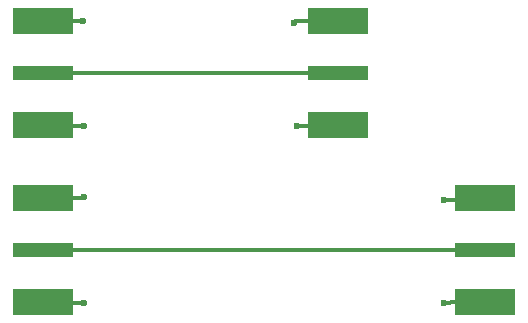
<source format=gtl>
G04 #@! TF.FileFunction,Copper,L1,Top,Signal*
%FSLAX46Y46*%
G04 Gerber Fmt 4.6, Leading zero omitted, Abs format (unit mm)*
G04 Created by KiCad (PCBNEW 4.0.2-stable) date Tue Apr 26 20:10:33 2016*
%MOMM*%
G01*
G04 APERTURE LIST*
%ADD10C,0.100000*%
%ADD11R,5.080000X1.290000*%
%ADD12R,5.080000X2.290000*%
%ADD13C,0.600000*%
%ADD14C,0.350000*%
G04 APERTURE END LIST*
D10*
D11*
X175000000Y-90000000D03*
D12*
X175000000Y-85620000D03*
X175000000Y-94380000D03*
D11*
X150000000Y-90000000D03*
D12*
X150000000Y-94380000D03*
X150000000Y-85620000D03*
D11*
X150000000Y-105000000D03*
D12*
X150000000Y-109380000D03*
X150000000Y-100620000D03*
D11*
X187500000Y-105000000D03*
D12*
X187500000Y-100620000D03*
X187500000Y-109380000D03*
D13*
X171250000Y-85750000D03*
X171500000Y-94500000D03*
X184000000Y-109500000D03*
X184000000Y-100750000D03*
X153380000Y-85620000D03*
X153500000Y-94500000D03*
X153500000Y-100500000D03*
X153500000Y-109500000D03*
D14*
X171500000Y-94500000D02*
X174880000Y-94500000D01*
X174880000Y-94500000D02*
X175000000Y-94380000D01*
X175000000Y-85620000D02*
X171380000Y-85620000D01*
X171380000Y-85620000D02*
X171250000Y-85750000D01*
X184490000Y-109500000D02*
X184000000Y-109500000D01*
X187500000Y-109380000D02*
X184610000Y-109380000D01*
X184610000Y-109380000D02*
X184490000Y-109500000D01*
X184000000Y-100750000D02*
X187370000Y-100750000D01*
X187370000Y-100750000D02*
X187500000Y-100620000D01*
X153380000Y-85620000D02*
X150000000Y-85620000D01*
X153500000Y-94500000D02*
X150120000Y-94500000D01*
X150120000Y-94500000D02*
X150000000Y-94380000D01*
X150000000Y-100620000D02*
X153380000Y-100620000D01*
X153380000Y-100620000D02*
X153500000Y-100500000D01*
X153500000Y-109500000D02*
X150120000Y-109500000D01*
X150120000Y-109500000D02*
X150000000Y-109380000D01*
X170000000Y-90000000D02*
X175000000Y-90000000D01*
X150000000Y-90000000D02*
X170000000Y-90000000D01*
X150000000Y-105000000D02*
X159050000Y-105000000D01*
X159050000Y-105000000D02*
X187500000Y-105000000D01*
M02*

</source>
